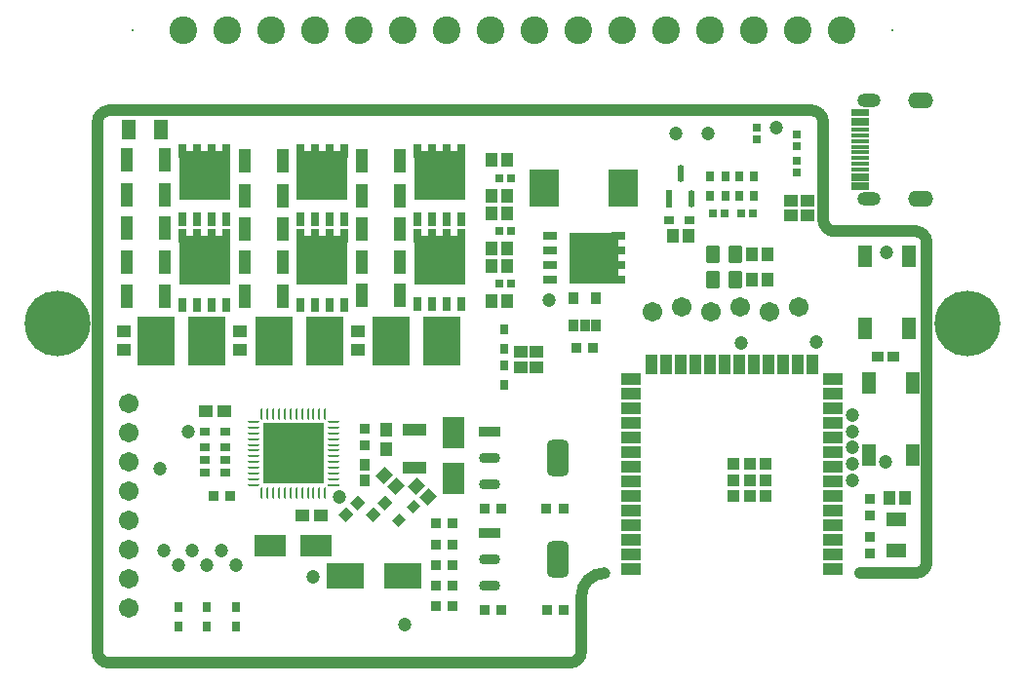
<source format=gts>
G04*
G04 #@! TF.GenerationSoftware,Altium Limited,Altium Designer,24.0.1 (36)*
G04*
G04 Layer_Color=8388736*
%FSLAX44Y44*%
%MOMM*%
G71*
G04*
G04 #@! TF.SameCoordinates,124752F4-CBEC-4B7B-B6B5-C58268B34DF0*
G04*
G04*
G04 #@! TF.FilePolarity,Negative*
G04*
G01*
G75*
%ADD20R,0.8000X0.9000*%
%ADD22R,1.0581X0.9121*%
%ADD23R,1.1000X2.0500*%
%ADD24R,0.6654X0.6725*%
%ADD28R,1.2602X1.7382*%
%ADD29R,0.9581X0.9121*%
%ADD30R,0.9000X0.8000*%
G04:AMPARAMS|DCode=32|XSize=1.8596mm|YSize=3.1721mm|CornerRadius=0.437mm|HoleSize=0mm|Usage=FLASHONLY|Rotation=0.000|XOffset=0mm|YOffset=0mm|HoleType=Round|Shape=RoundedRectangle|*
%AMROUNDEDRECTD32*
21,1,1.8596,2.2981,0,0,0.0*
21,1,0.9856,3.1721,0,0,0.0*
1,1,0.8740,0.4928,-1.1490*
1,1,0.8740,-0.4928,-1.1490*
1,1,0.8740,-0.4928,1.1490*
1,1,0.8740,0.4928,1.1490*
%
%ADD32ROUNDEDRECTD32*%
G04:AMPARAMS|DCode=33|XSize=1.8596mm|YSize=0.8721mm|CornerRadius=0.4361mm|HoleSize=0mm|Usage=FLASHONLY|Rotation=0.000|XOffset=0mm|YOffset=0mm|HoleType=Round|Shape=RoundedRectangle|*
%AMROUNDEDRECTD33*
21,1,1.8596,0.0000,0,0,0.0*
21,1,0.9875,0.8721,0,0,0.0*
1,1,0.8721,0.4938,0.0000*
1,1,0.8721,-0.4938,0.0000*
1,1,0.8721,-0.4938,0.0000*
1,1,0.8721,0.4938,0.0000*
%
%ADD33ROUNDEDRECTD33*%
%ADD34R,1.8596X0.8721*%
G04:AMPARAMS|DCode=37|XSize=0.2393mm|YSize=1.0096mm|CornerRadius=0.1196mm|HoleSize=0mm|Usage=FLASHONLY|Rotation=180.000|XOffset=0mm|YOffset=0mm|HoleType=Round|Shape=RoundedRectangle|*
%AMROUNDEDRECTD37*
21,1,0.2393,0.7704,0,0,180.0*
21,1,0.0000,1.0096,0,0,180.0*
1,1,0.2393,0.0000,0.3852*
1,1,0.2393,0.0000,0.3852*
1,1,0.2393,0.0000,-0.3852*
1,1,0.2393,0.0000,-0.3852*
%
%ADD37ROUNDEDRECTD37*%
G04:AMPARAMS|DCode=38|XSize=1.0096mm|YSize=0.2393mm|CornerRadius=0.1196mm|HoleSize=0mm|Usage=FLASHONLY|Rotation=180.000|XOffset=0mm|YOffset=0mm|HoleType=Round|Shape=RoundedRectangle|*
%AMROUNDEDRECTD38*
21,1,1.0096,0.0000,0,0,180.0*
21,1,0.7704,0.2393,0,0,180.0*
1,1,0.2393,-0.3852,0.0000*
1,1,0.2393,0.3852,0.0000*
1,1,0.2393,0.3852,0.0000*
1,1,0.2393,-0.3852,0.0000*
%
%ADD38ROUNDEDRECTD38*%
%ADD39R,1.0096X0.2393*%
G04:AMPARAMS|DCode=40|XSize=0.9581mm|YSize=0.9121mm|CornerRadius=0mm|HoleSize=0mm|Usage=FLASHONLY|Rotation=45.000|XOffset=0mm|YOffset=0mm|HoleType=Round|Shape=Rectangle|*
%AMROTATEDRECTD40*
4,1,4,-0.0163,-0.6612,-0.6612,-0.0163,0.0163,0.6612,0.6612,0.0163,-0.0163,-0.6612,0.0*
%
%ADD40ROTATEDRECTD40*%

%ADD41R,0.6725X0.6654*%
%ADD42R,1.1581X1.0121*%
%ADD43R,0.9121X0.9581*%
%ADD44R,1.0121X1.1581*%
%ADD45R,2.0500X1.1000*%
%ADD46R,0.9121X1.0581*%
%ADD51R,2.5000X3.3000*%
G04:AMPARAMS|DCode=52|XSize=0.9mm|YSize=0.8mm|CornerRadius=0mm|HoleSize=0mm|Usage=FLASHONLY|Rotation=225.000|XOffset=0mm|YOffset=0mm|HoleType=Round|Shape=Rectangle|*
%AMROTATEDRECTD52*
4,1,4,0.0354,0.6010,0.6010,0.0354,-0.0354,-0.6010,-0.6010,-0.0354,0.0354,0.6010,0.0*
%
%ADD52ROTATEDRECTD52*%

%ADD61R,1.7582X1.3055*%
G04:AMPARAMS|DCode=62|XSize=1.5052mm|YSize=0.5721mm|CornerRadius=0.2861mm|HoleSize=0mm|Usage=FLASHONLY|Rotation=90.000|XOffset=0mm|YOffset=0mm|HoleType=Round|Shape=RoundedRectangle|*
%AMROUNDEDRECTD62*
21,1,1.5052,0.0000,0,0,90.0*
21,1,0.9331,0.5721,0,0,90.0*
1,1,0.5721,0.0000,0.4666*
1,1,0.5721,0.0000,-0.4666*
1,1,0.5721,0.0000,-0.4666*
1,1,0.5721,0.0000,0.4666*
%
%ADD62ROUNDEDRECTD62*%
%ADD63R,0.5721X1.5052*%
%ADD64C,1.0000*%
%ADD65C,1.2032*%
%ADD66R,1.1532X1.0032*%
G04:AMPARAMS|DCode=67|XSize=1.6032mm|YSize=1.2032mm|CornerRadius=0.1766mm|HoleSize=0mm|Usage=FLASHONLY|Rotation=90.000|XOffset=0mm|YOffset=0mm|HoleType=Round|Shape=RoundedRectangle|*
%AMROUNDEDRECTD67*
21,1,1.6032,0.8500,0,0,90.0*
21,1,1.2500,1.2032,0,0,90.0*
1,1,0.3532,0.4250,0.6250*
1,1,0.3532,0.4250,-0.6250*
1,1,0.3532,-0.4250,-0.6250*
1,1,0.3532,-0.4250,0.6250*
%
%ADD67ROUNDEDRECTD67*%
%ADD68R,1.0032X1.1532*%
%ADD69R,1.2032X1.9032*%
%ADD70R,1.2032X1.0032*%
%ADD71R,3.3032X4.2032*%
%ADD72R,1.6000X0.4200*%
%ADD73R,5.2500X5.2500*%
%ADD74R,4.4532X4.2032*%
%ADD75R,0.7032X1.2032*%
%ADD76R,1.9032X2.7032*%
%ADD77R,3.2032X2.2032*%
%ADD78R,2.7032X1.9032*%
%ADD79R,0.8532X1.1032*%
%ADD80R,4.2032X4.4532*%
%ADD81R,1.2032X0.7032*%
G04:AMPARAMS|DCode=82|XSize=1.1532mm|YSize=1.0032mm|CornerRadius=0mm|HoleSize=0mm|Usage=FLASHONLY|Rotation=45.000|XOffset=0mm|YOffset=0mm|HoleType=Round|Shape=Rectangle|*
%AMROTATEDRECTD82*
4,1,4,-0.0530,-0.7624,-0.7624,-0.0530,0.0530,0.7624,0.7624,0.0530,-0.0530,-0.7624,0.0*
%
%ADD82ROTATEDRECTD82*%

%ADD83R,1.1032X1.1032*%
%ADD84R,1.7032X1.1032*%
%ADD85R,1.1032X1.7032*%
%ADD86C,0.2032*%
%ADD87C,2.4032*%
%ADD88C,1.7032*%
%ADD89C,5.7032*%
%ADD90O,2.2000X1.4000*%
%ADD91O,2.0000X1.2000*%
%ADD92C,0.1000*%
D20*
X-7000Y-260500D02*
D03*
Y-277500D02*
D03*
Y-291500D02*
D03*
Y-308500D02*
D03*
X210000Y-127500D02*
D03*
Y-144500D02*
D03*
X197000Y-127500D02*
D03*
Y-144500D02*
D03*
X185000Y-127500D02*
D03*
Y-144500D02*
D03*
X172000Y-127500D02*
D03*
Y-144500D02*
D03*
X-290000Y-501500D02*
D03*
Y-518500D02*
D03*
X-265000Y-501500D02*
D03*
Y-518500D02*
D03*
X-240000Y-501500D02*
D03*
Y-518500D02*
D03*
D22*
X330770Y-284000D02*
D03*
X317230D02*
D03*
D23*
X-130500Y-114000D02*
D03*
X-97500D02*
D03*
X-232500D02*
D03*
X-199500D02*
D03*
X-334500Y-113000D02*
D03*
X-301500D02*
D03*
X-130500Y-201890D02*
D03*
X-97500D02*
D03*
X-130500Y-230890D02*
D03*
X-97500D02*
D03*
X-130500Y-172890D02*
D03*
X-97500D02*
D03*
X-130500Y-143890D02*
D03*
X-97500D02*
D03*
X-232500Y-173000D02*
D03*
X-199500Y-173000D02*
D03*
X-232500Y-144000D02*
D03*
X-199500D02*
D03*
X-232500Y-231000D02*
D03*
X-199500Y-231000D02*
D03*
X-232500Y-202000D02*
D03*
X-199500Y-202000D02*
D03*
X-334500Y-172000D02*
D03*
X-301500Y-172000D02*
D03*
X-334500Y-143000D02*
D03*
X-301500Y-143000D02*
D03*
X-334500Y-231000D02*
D03*
X-301500D02*
D03*
X-334500Y-202000D02*
D03*
X-301500D02*
D03*
D24*
X198964Y-159000D02*
D03*
X209036D02*
D03*
X173964D02*
D03*
X184036D02*
D03*
X-964Y-128500D02*
D03*
X-11036D02*
D03*
Y-220500D02*
D03*
X-964D02*
D03*
X-11036Y-174500D02*
D03*
X-964D02*
D03*
D28*
X-304818Y-87000D02*
D03*
X-333182D02*
D03*
D29*
X-24270Y-504000D02*
D03*
X-9730D02*
D03*
X-24270Y-416000D02*
D03*
X-9730D02*
D03*
X29730D02*
D03*
X44270D02*
D03*
X-259540Y-405000D02*
D03*
X-245000D02*
D03*
X30000Y-504000D02*
D03*
X44540D02*
D03*
X-66270Y-429000D02*
D03*
X-51730D02*
D03*
Y-447000D02*
D03*
X-66270D02*
D03*
X-51730Y-501000D02*
D03*
X-66270D02*
D03*
X-51730Y-483000D02*
D03*
X-66270D02*
D03*
X-51730Y-465000D02*
D03*
X-66270D02*
D03*
X55730Y-276000D02*
D03*
X70270D02*
D03*
D30*
X-249500Y-373750D02*
D03*
X-266500D02*
D03*
X-249500Y-384750D02*
D03*
X-266500D02*
D03*
X-249500Y-362750D02*
D03*
X-266500D02*
D03*
X-249500Y-349000D02*
D03*
X-266500D02*
D03*
X136500Y-165000D02*
D03*
X153500D02*
D03*
D32*
X39762Y-372000D02*
D03*
X39762Y-460000D02*
D03*
D33*
X-19763Y-395000D02*
D03*
Y-372000D02*
D03*
X-19763Y-483000D02*
D03*
Y-460000D02*
D03*
D34*
X-19763Y-349000D02*
D03*
X-19763Y-437000D02*
D03*
D37*
X-162500Y-402513D02*
D03*
X-167500D02*
D03*
X-172500D02*
D03*
X-177500D02*
D03*
X-182500D02*
D03*
X-187500D02*
D03*
X-192500D02*
D03*
X-197500D02*
D03*
X-202500D02*
D03*
X-207500D02*
D03*
X-212500D02*
D03*
X-217500D02*
D03*
X-217500Y-333488D02*
D03*
X-212500D02*
D03*
X-207500D02*
D03*
X-202500D02*
D03*
X-197500D02*
D03*
X-192500D02*
D03*
X-187500D02*
D03*
X-182500D02*
D03*
X-177500D02*
D03*
X-172500D02*
D03*
X-167500D02*
D03*
X-162500D02*
D03*
D38*
X-224512Y-395500D02*
D03*
Y-390500D02*
D03*
Y-385500D02*
D03*
Y-380500D02*
D03*
X-224513Y-375500D02*
D03*
Y-370500D02*
D03*
Y-365500D02*
D03*
X-224512Y-360500D02*
D03*
Y-355500D02*
D03*
Y-350500D02*
D03*
Y-345500D02*
D03*
Y-340500D02*
D03*
X-155487D02*
D03*
Y-345500D02*
D03*
Y-350500D02*
D03*
Y-355500D02*
D03*
Y-360500D02*
D03*
Y-365500D02*
D03*
Y-370500D02*
D03*
Y-375500D02*
D03*
Y-380500D02*
D03*
Y-385500D02*
D03*
Y-390500D02*
D03*
D39*
Y-395500D02*
D03*
D40*
X-109859Y-410859D02*
D03*
X-120141Y-421141D02*
D03*
X-133859Y-410859D02*
D03*
X-144141Y-421141D02*
D03*
D41*
X212000Y-85000D02*
D03*
Y-95071D02*
D03*
X246750Y-101286D02*
D03*
Y-91214D02*
D03*
Y-113714D02*
D03*
Y-123786D02*
D03*
D42*
X-266270Y-331000D02*
D03*
X-249730D02*
D03*
X-166000Y-422000D02*
D03*
X-182540D02*
D03*
D43*
X-128000Y-346730D02*
D03*
Y-361270D02*
D03*
X310500Y-422270D02*
D03*
Y-407730D02*
D03*
Y-440480D02*
D03*
Y-455020D02*
D03*
D44*
X-109000Y-364270D02*
D03*
Y-347730D02*
D03*
D45*
X-85000Y-380500D02*
D03*
Y-347500D02*
D03*
D46*
X-128000Y-391770D02*
D03*
Y-378230D02*
D03*
D51*
X96500Y-137000D02*
D03*
X27500D02*
D03*
D52*
X-98010Y-426010D02*
D03*
X-85990Y-413990D02*
D03*
D61*
X333750Y-425236D02*
D03*
Y-452764D02*
D03*
D62*
X146000Y-124995D02*
D03*
X155500Y-147005D02*
D03*
D63*
X136500D02*
D03*
D64*
X270000Y-80000D02*
G03*
X260000Y-70000I-10000J0D01*
G01*
X270000Y-165000D02*
G03*
X280000Y-175000I10000J0D01*
G01*
X360000Y-185000D02*
G03*
X350000Y-175000I-10000J0D01*
G01*
X80000Y-472000D02*
G03*
X60000Y-492000I0J-20000D01*
G01*
X350000Y-472000D02*
G03*
X360000Y-462000I0J10000D01*
G01*
X50000Y-550000D02*
G03*
X60000Y-540000I0J10000D01*
G01*
X-360000D02*
G03*
X-350000Y-550000I10000J0D01*
G01*
Y-70000D02*
G03*
X-360000Y-80000I0J-10000D01*
G01*
X-350000Y-70000D02*
X260000D01*
X270000Y-165000D02*
Y-80000D01*
X280000Y-175000D02*
X350000D01*
X360000Y-462000D02*
Y-185000D01*
X302250Y-472000D02*
X350000D01*
X60000Y-540000D02*
Y-492000D01*
X-350000Y-550000D02*
X50000D01*
X-360000Y-540000D02*
Y-80000D01*
D65*
X264000Y-271000D02*
D03*
X-150000Y-406000D02*
D03*
X295000Y-349000D02*
D03*
Y-335000D02*
D03*
Y-391000D02*
D03*
X199000Y-272000D02*
D03*
X295000Y-377000D02*
D03*
Y-363000D02*
D03*
X-302500Y-452500D02*
D03*
X-277500D02*
D03*
X-252500D02*
D03*
X-290000Y-465000D02*
D03*
X-265000D02*
D03*
X-240000D02*
D03*
X229000Y-85000D02*
D03*
X-306000Y-381000D02*
D03*
X-281250Y-349000D02*
D03*
X-93000Y-517000D02*
D03*
X325000Y-193000D02*
D03*
X-173000Y-475000D02*
D03*
X32000Y-235000D02*
D03*
X324000Y-375000D02*
D03*
X142000Y-90000D02*
D03*
X170000D02*
D03*
D66*
X7000Y-292750D02*
D03*
Y-279250D02*
D03*
X21000Y-292750D02*
D03*
Y-279250D02*
D03*
X256000Y-161500D02*
D03*
Y-148000D02*
D03*
X241750Y-161500D02*
D03*
Y-148000D02*
D03*
D67*
X174500Y-195000D02*
D03*
X193500D02*
D03*
X174500Y-217000D02*
D03*
X193500D02*
D03*
D68*
X208250Y-195000D02*
D03*
X221750D02*
D03*
X208250Y-217000D02*
D03*
X221750D02*
D03*
X341250Y-406500D02*
D03*
X327750D02*
D03*
X-17750Y-205000D02*
D03*
X-4250D02*
D03*
Y-236000D02*
D03*
X-17750D02*
D03*
X-17750Y-159000D02*
D03*
X-4250D02*
D03*
Y-190000D02*
D03*
X-17750D02*
D03*
X139250Y-179000D02*
D03*
X152750D02*
D03*
X-17750Y-113000D02*
D03*
X-4250D02*
D03*
Y-144000D02*
D03*
X-17750D02*
D03*
D69*
X310000Y-306500D02*
D03*
Y-369500D02*
D03*
X348000Y-306500D02*
D03*
Y-369500D02*
D03*
X306000Y-196500D02*
D03*
Y-259500D02*
D03*
X344000Y-196500D02*
D03*
Y-259500D02*
D03*
D70*
X-134000Y-262000D02*
D03*
X-134000Y-278000D02*
D03*
X-236000Y-262000D02*
D03*
X-236000Y-278000D02*
D03*
X-337000Y-262000D02*
D03*
X-337000Y-278000D02*
D03*
D71*
X-265000Y-270000D02*
D03*
X-309000Y-270000D02*
D03*
X-163000Y-270000D02*
D03*
X-207000Y-270000D02*
D03*
X-61000Y-269890D02*
D03*
X-105000Y-269890D02*
D03*
D72*
X302300Y-137400D02*
D03*
Y-134400D02*
D03*
Y-129400D02*
D03*
Y-126400D02*
D03*
Y-121400D02*
D03*
Y-116400D02*
D03*
Y-111400D02*
D03*
Y-106400D02*
D03*
Y-101400D02*
D03*
Y-96400D02*
D03*
Y-91400D02*
D03*
Y-86400D02*
D03*
Y-81400D02*
D03*
Y-78400D02*
D03*
Y-73400D02*
D03*
X302300Y-70399D02*
D03*
D73*
X-190000Y-368000D02*
D03*
D74*
X-63000Y-126000D02*
D03*
Y-199890D02*
D03*
X-165000Y-126000D02*
D03*
Y-200000D02*
D03*
X-267000Y-126000D02*
D03*
Y-200000D02*
D03*
D75*
X-82050Y-105190D02*
D03*
X-69350D02*
D03*
X-56650D02*
D03*
X-43950D02*
D03*
Y-164590D02*
D03*
X-56650Y-164590D02*
D03*
X-69350D02*
D03*
X-82050Y-164590D02*
D03*
Y-179080D02*
D03*
X-69350Y-179080D02*
D03*
X-56650D02*
D03*
X-43950Y-179080D02*
D03*
Y-238480D02*
D03*
X-56650Y-238480D02*
D03*
X-69350D02*
D03*
X-82050Y-238480D02*
D03*
X-184050Y-105190D02*
D03*
X-171350D02*
D03*
X-158650D02*
D03*
X-145950D02*
D03*
Y-164590D02*
D03*
X-158650D02*
D03*
X-171350D02*
D03*
X-184050D02*
D03*
Y-179190D02*
D03*
X-171350Y-179190D02*
D03*
X-158650D02*
D03*
X-145950Y-179190D02*
D03*
Y-238590D02*
D03*
X-158650Y-238590D02*
D03*
X-171350D02*
D03*
X-184050Y-238590D02*
D03*
X-286050Y-105190D02*
D03*
X-273350D02*
D03*
X-260650D02*
D03*
X-247950D02*
D03*
Y-164590D02*
D03*
X-260650D02*
D03*
X-273350D02*
D03*
X-286050D02*
D03*
Y-179190D02*
D03*
X-273350Y-179190D02*
D03*
X-260650D02*
D03*
X-247950Y-179190D02*
D03*
Y-238590D02*
D03*
X-260650Y-238590D02*
D03*
X-273350D02*
D03*
X-286050Y-238590D02*
D03*
D76*
X-51000Y-390000D02*
D03*
Y-350000D02*
D03*
D77*
X-145000Y-474000D02*
D03*
X-95000D02*
D03*
D78*
X-170000Y-448000D02*
D03*
X-210000D02*
D03*
D79*
X53500Y-257000D02*
D03*
X63000D02*
D03*
X72500D02*
D03*
Y-233000D02*
D03*
X53500D02*
D03*
D80*
X71000Y-198000D02*
D03*
D81*
X91810Y-178950D02*
D03*
Y-191650D02*
D03*
Y-204350D02*
D03*
Y-217050D02*
D03*
X32410D02*
D03*
X32410Y-204350D02*
D03*
Y-191650D02*
D03*
X32410Y-178950D02*
D03*
D82*
X-82773Y-396227D02*
D03*
X-73227Y-405773D02*
D03*
X-101227Y-396773D02*
D03*
X-110773Y-387227D02*
D03*
D83*
X206000Y-391000D02*
D03*
X220000Y-391000D02*
D03*
X192000D02*
D03*
X220000Y-377000D02*
D03*
X206000D02*
D03*
X192000D02*
D03*
X220000Y-405000D02*
D03*
X206000Y-405000D02*
D03*
X192000D02*
D03*
D84*
X278500Y-468200D02*
D03*
X278500Y-455500D02*
D03*
X278500Y-442800D02*
D03*
Y-430100D02*
D03*
Y-417400D02*
D03*
Y-404700D02*
D03*
Y-392000D02*
D03*
Y-379300D02*
D03*
Y-366600D02*
D03*
Y-353900D02*
D03*
Y-341200D02*
D03*
Y-328500D02*
D03*
X278500Y-315800D02*
D03*
X278500Y-303100D02*
D03*
X103500Y-303100D02*
D03*
Y-315800D02*
D03*
Y-328500D02*
D03*
X103500Y-341200D02*
D03*
Y-353900D02*
D03*
X103500Y-366600D02*
D03*
Y-379300D02*
D03*
Y-392000D02*
D03*
X103500Y-404700D02*
D03*
X103500Y-417400D02*
D03*
X103500Y-430100D02*
D03*
Y-442800D02*
D03*
Y-455500D02*
D03*
Y-468200D02*
D03*
D85*
X260850Y-290600D02*
D03*
X248150D02*
D03*
X235450D02*
D03*
X222750Y-290600D02*
D03*
X210050Y-290600D02*
D03*
X197350D02*
D03*
X184650D02*
D03*
X171950D02*
D03*
X159250D02*
D03*
X146550D02*
D03*
X133850D02*
D03*
X121150D02*
D03*
D86*
X329750Y0D02*
D03*
X-329750D02*
D03*
D87*
X285750D02*
D03*
X247650D02*
D03*
X209550D02*
D03*
X171450D02*
D03*
X133350D02*
D03*
X95250D02*
D03*
X57150D02*
D03*
X19050D02*
D03*
X-19050D02*
D03*
X-57150D02*
D03*
X-95250D02*
D03*
X-133350D02*
D03*
X-171450D02*
D03*
X-209550D02*
D03*
X-247650D02*
D03*
X-285750D02*
D03*
D88*
X121800Y-245000D02*
D03*
X147200Y-241000D02*
D03*
X172600Y-245000D02*
D03*
X198000Y-241000D02*
D03*
X223400Y-245000D02*
D03*
X248800Y-241000D02*
D03*
X-333000Y-324600D02*
D03*
Y-350000D02*
D03*
Y-375400D02*
D03*
Y-400800D02*
D03*
Y-426200D02*
D03*
Y-451600D02*
D03*
Y-477000D02*
D03*
Y-502400D02*
D03*
D89*
X-395000Y-255000D02*
D03*
X395000D02*
D03*
D90*
X354300Y-60900D02*
D03*
X354300Y-146900D02*
D03*
D91*
X310000Y-60900D02*
D03*
Y-146900D02*
D03*
D92*
X315000Y-132800D02*
D03*
Y-75000D02*
D03*
M02*

</source>
